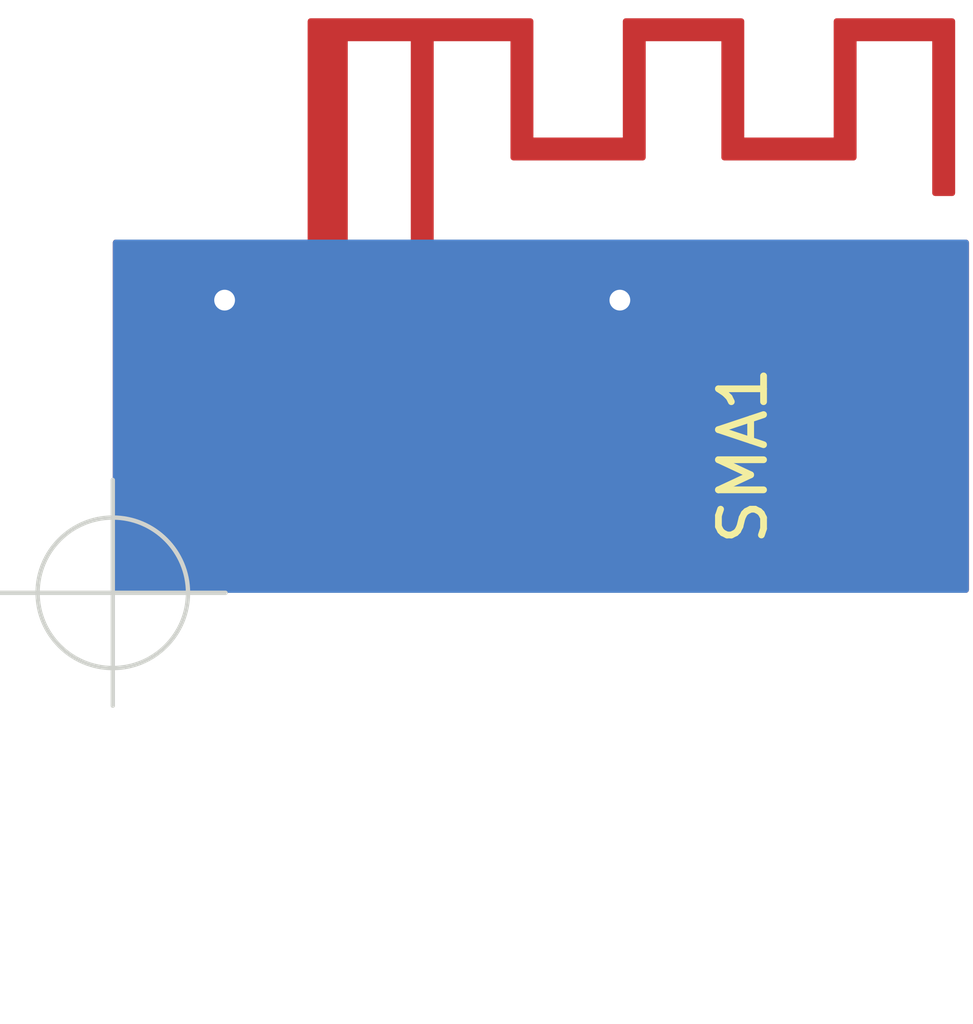
<source format=kicad_pcb>
(kicad_pcb (version 4) (host pcbnew 4.0.5)

  (general
    (links 10)
    (no_connects 0)
    (area 141.518 94.400699 163.091801 117.283401)
    (thickness 1.6)
    (drawings 7)
    (tracks 0)
    (zones 0)
    (modules 1)
    (nets 2)
  )

  (page A4)
  (layers
    (0 F.Cu signal)
    (31 B.Cu signal)
    (32 B.Adhes user)
    (33 F.Adhes user)
    (34 B.Paste user)
    (35 F.Paste user)
    (36 B.SilkS user)
    (37 F.SilkS user)
    (38 B.Mask user)
    (39 F.Mask user)
    (40 Dwgs.User user hide)
    (41 Cmts.User user hide)
    (42 Eco1.User user hide)
    (43 Eco2.User user hide)
    (44 Edge.Cuts user)
    (45 Margin user)
    (46 B.CrtYd user)
    (47 F.CrtYd user)
    (48 B.Fab user)
    (49 F.Fab user)
  )

  (setup
    (last_trace_width 0.25)
    (user_trace_width 0.508)
    (user_trace_width 2.29108)
    (trace_clearance 0.2)
    (zone_clearance 0)
    (zone_45_only yes)
    (trace_min 0.127)
    (segment_width 0.2)
    (edge_width 0.09652)
    (via_size 0.6)
    (via_drill 0.4)
    (via_min_size 0.254)
    (via_min_drill 0.2032)
    (user_via 0.3048 0.254)
    (user_via 0.381 0.3048)
    (uvia_size 0.3)
    (uvia_drill 0.1)
    (uvias_allowed no)
    (uvia_min_size 0.2)
    (uvia_min_drill 0.1)
    (pcb_text_width 0.3)
    (pcb_text_size 1.5 1.5)
    (mod_edge_width 0.15)
    (mod_text_size 1 1)
    (mod_text_width 0.15)
    (pad_size 1.5 1.5)
    (pad_drill 0.6)
    (pad_to_mask_clearance 0)
    (aux_axis_origin 144.018 107.5309)
    (grid_origin 144.018 107.5309)
    (visible_elements 7FFFFFFF)
    (pcbplotparams
      (layerselection 0x00000_80000001)
      (usegerberextensions false)
      (excludeedgelayer true)
      (linewidth 0.025400)
      (plotframeref false)
      (viasonmask false)
      (mode 1)
      (useauxorigin true)
      (hpglpennumber 1)
      (hpglpenspeed 20)
      (hpglpendiameter 15)
      (hpglpenoverlay 2)
      (psnegative false)
      (psa4output false)
      (plotreference true)
      (plotvalue false)
      (plotinvisibletext false)
      (padsonsilk true)
      (subtractmaskfromsilk false)
      (outputformat 3)
      (mirror false)
      (drillshape 0)
      (scaleselection 1)
      (outputdirectory ../../../button/button_mkii/))
  )

  (net 0 "")
  (net 1 GND)

  (net_class Default "This is the default net class."
    (clearance 0.2)
    (trace_width 0.25)
    (via_dia 0.6)
    (via_drill 0.4)
    (uvia_dia 0.3)
    (uvia_drill 0.1)
    (add_net GND)
  )

  (module Connectors_Molex:Molex_SMA_Jack_Edge_Mount (layer F.Cu) (tedit 587D2992) (tstamp 58AE1DF6)
    (at 150.876 102.7684 90)
    (descr "Molex SMA Jack, Edge Mount, http://www.molex.com/pdm_docs/sd/732511150_sd.pdf")
    (tags "sma edge")
    (path /58AB8622)
    (attr smd)
    (fp_text reference SMA1 (at -1.72 7.11 90) (layer F.SilkS)
      (effects (font (size 1 1) (thickness 0.15)))
    )
    (fp_text value SMA_JPXSTEM1 (at -1.72 -7.11 90) (layer F.Fab)
      (effects (font (size 1 1) (thickness 0.15)))
    )
    (fp_line (start -4.76 -0.38) (end 0.49 -0.38) (layer F.Fab) (width 0.1))
    (fp_line (start -4.76 0.38) (end 0.49 0.38) (layer F.Fab) (width 0.1))
    (fp_line (start 0.49 -0.38) (end 0.49 0.38) (layer F.Fab) (width 0.1))
    (fp_line (start 0.49 3.75) (end 0.49 4.76) (layer F.Fab) (width 0.1))
    (fp_line (start 0.49 -4.76) (end 0.49 -3.75) (layer F.Fab) (width 0.1))
    (fp_line (start -14.29 -6.09) (end -14.29 6.09) (layer F.CrtYd) (width 0.05))
    (fp_line (start -14.29 6.09) (end 2.71 6.09) (layer F.CrtYd) (width 0.05))
    (fp_line (start 2.71 -6.09) (end 2.71 6.09) (layer B.CrtYd) (width 0.05))
    (fp_line (start -14.29 -6.09) (end 2.71 -6.09) (layer B.CrtYd) (width 0.05))
    (fp_line (start -14.29 -6.09) (end -14.29 6.09) (layer B.CrtYd) (width 0.05))
    (fp_line (start -14.29 6.09) (end 2.71 6.09) (layer B.CrtYd) (width 0.05))
    (fp_line (start 2.71 -6.09) (end 2.71 6.09) (layer F.CrtYd) (width 0.05))
    (fp_line (start 2.71 -6.09) (end -14.29 -6.09) (layer F.CrtYd) (width 0.05))
    (fp_line (start -4.76 -3.75) (end 0.49 -3.75) (layer F.Fab) (width 0.1))
    (fp_line (start -4.76 3.75) (end 0.49 3.75) (layer F.Fab) (width 0.1))
    (fp_line (start -13.79 -2.65) (end -5.91 -2.65) (layer F.Fab) (width 0.1))
    (fp_line (start -13.79 -2.65) (end -13.79 2.65) (layer F.Fab) (width 0.1))
    (fp_line (start -13.79 2.65) (end -5.91 2.65) (layer F.Fab) (width 0.1))
    (fp_line (start -4.76 -3.75) (end -4.76 3.75) (layer F.Fab) (width 0.1))
    (fp_line (start 0.49 -4.76) (end -5.91 -4.76) (layer F.Fab) (width 0.1))
    (fp_line (start -5.91 -4.76) (end -5.91 4.76) (layer F.Fab) (width 0.1))
    (fp_line (start -5.91 4.76) (end 0.49 4.76) (layer F.Fab) (width 0.1))
    (pad 1 smd rect (at -1.72 0 90) (size 5.08 2.29) (layers F.Cu F.Paste F.Mask)
      (net 1 GND))
    (pad 2 smd rect (at -1.72 -4.38 90) (size 5.08 2.42) (layers F.Cu F.Paste F.Mask)
      (net 1 GND))
    (pad 2 smd rect (at -1.72 4.38 90) (size 5.08 2.42) (layers F.Cu F.Paste F.Mask)
      (net 1 GND))
    (pad 2 smd rect (at -1.72 -4.38 90) (size 5.08 2.42) (layers B.Cu B.Paste B.Mask)
      (net 1 GND))
    (pad 2 smd rect (at -1.72 4.38 90) (size 5.08 2.42) (layers B.Cu B.Paste B.Mask)
      (net 1 GND))
    (pad 2 thru_hole circle (at 1.72 -4.38 90) (size 0.97 0.97) (drill 0.46) (layers *.Cu)
      (net 1 GND))
    (pad 2 thru_hole circle (at 1.72 4.38 90) (size 0.97 0.97) (drill 0.46) (layers *.Cu)
      (net 1 GND))
    (pad 2 smd rect (at 1.27 -4.38 90) (size 0.89 0.46) (layers F.Cu)
      (net 1 GND))
    (pad 2 smd rect (at 1.27 4.38 90) (size 0.89 0.46) (layers F.Cu)
      (net 1 GND))
    (pad 2 smd rect (at 1.27 -4.38 90) (size 0.89 0.46) (layers B.Cu)
      (net 1 GND))
    (pad 2 smd rect (at 1.27 4.38 90) (size 0.89 0.46) (layers B.Cu)
      (net 1 GND))
  )

  (gr_line (start 147.828 99.7077) (end 147.828 94.5007) (angle 90) (layer Margin) (width 0.2))
  (gr_line (start 144.018 99.7077) (end 147.828 99.7077) (angle 90) (layer Margin) (width 0.2))
  (gr_line (start 144.018 107.5309) (end 144.018 99.7077) (angle 90) (layer Margin) (width 0.2))
  (gr_line (start 162.9918 107.5309) (end 144.018 107.5309) (angle 90) (layer Margin) (width 0.2))
  (gr_line (start 162.9918 94.5007) (end 162.9918 107.5309) (angle 90) (layer Margin) (width 0.2))
  (gr_line (start 147.828 94.5007) (end 162.9918 94.5007) (angle 90) (layer Margin) (width 0.2))
  (target plus (at 144.018 107.5309) (size 5) (width 0.09652) (layer Edge.Cuts))

  (zone (net 1) (net_name GND) (layer F.Cu) (tstamp 58AE73CE) (hatch edge 0.508)
    (connect_pads yes (clearance 0.254))
    (min_thickness 0.127)
    (fill yes (mode segment) (arc_segments 16) (thermal_gap 0.508) (thermal_bridge_width 0.508))
    (polygon
      (pts
        (xy 153.3398 97.4471) (xy 155.321 97.4471) (xy 155.321 94.8055) (xy 158.0134 94.8055) (xy 158.0134 97.4471)
        (xy 159.9946 97.4471) (xy 159.9946 94.8055) (xy 162.687 94.8055) (xy 162.687 98.7425) (xy 162.179 98.7425)
        (xy 162.179 95.3135) (xy 160.5026 95.3135) (xy 160.5026 97.9551) (xy 157.5054 97.9551) (xy 157.5054 95.3135)
        (xy 155.829 95.3135) (xy 155.829 97.9551) (xy 152.8318 97.9551) (xy 152.8318 95.3135) (xy 151.13 95.3135)
        (xy 151.13 100.2157) (xy 152.019 101.9937) (xy 152.019 107.0229) (xy 149.733 107.0229) (xy 149.733 101.9937)
        (xy 150.622 100.2157) (xy 150.622 95.3135) (xy 149.225 95.3135) (xy 149.225 100.2157) (xy 148.8567 100.2157)
        (xy 148.8567 100.3681) (xy 149.3774 100.3681) (xy 149.3774 99.7077) (xy 149.5552 99.7077) (xy 149.5552 107.2007)
        (xy 152.1968 107.2007) (xy 152.1968 99.7077) (xy 162.9918 99.7077) (xy 162.9918 107.5309) (xy 144.018 107.5309)
        (xy 144.018 99.7077) (xy 148.1836 99.7077) (xy 148.1836 100.3681) (xy 148.7043 100.3681) (xy 148.7043 100.2157)
        (xy 148.336 100.2157) (xy 148.336 94.8055) (xy 153.3398 94.8055)
      )
    )
    (filled_polygon
      (pts
        (xy 153.2763 97.4471) (xy 153.281303 97.471805) (xy 153.295523 97.492617) (xy 153.31672 97.506257) (xy 153.3398 97.5106)
        (xy 155.321 97.5106) (xy 155.345705 97.505597) (xy 155.366517 97.491377) (xy 155.380157 97.47018) (xy 155.3845 97.4471)
        (xy 155.3845 94.869) (xy 157.9499 94.869) (xy 157.9499 97.4471) (xy 157.954903 97.471805) (xy 157.969123 97.492617)
        (xy 157.99032 97.506257) (xy 158.0134 97.5106) (xy 159.9946 97.5106) (xy 160.019305 97.505597) (xy 160.040117 97.491377)
        (xy 160.053757 97.47018) (xy 160.0581 97.4471) (xy 160.0581 94.869) (xy 162.6235 94.869) (xy 162.6235 98.679)
        (xy 162.2425 98.679) (xy 162.2425 95.3135) (xy 162.237497 95.288795) (xy 162.223277 95.267983) (xy 162.20208 95.254343)
        (xy 162.179 95.25) (xy 160.5026 95.25) (xy 160.477895 95.255003) (xy 160.457083 95.269223) (xy 160.443443 95.29042)
        (xy 160.4391 95.3135) (xy 160.4391 97.8916) (xy 157.5689 97.8916) (xy 157.5689 95.3135) (xy 157.563897 95.288795)
        (xy 157.549677 95.267983) (xy 157.52848 95.254343) (xy 157.5054 95.25) (xy 155.829 95.25) (xy 155.804295 95.255003)
        (xy 155.783483 95.269223) (xy 155.769843 95.29042) (xy 155.7655 95.3135) (xy 155.7655 97.8916) (xy 152.8953 97.8916)
        (xy 152.8953 95.3135) (xy 152.890297 95.288795) (xy 152.876077 95.267983) (xy 152.85488 95.254343) (xy 152.8318 95.25)
        (xy 151.13 95.25) (xy 151.105295 95.255003) (xy 151.084483 95.269223) (xy 151.070843 95.29042) (xy 151.0665 95.3135)
        (xy 151.0665 100.2157) (xy 151.073204 100.244098) (xy 151.9555 102.00869) (xy 151.9555 106.9594) (xy 149.7965 106.9594)
        (xy 149.7965 102.00869) (xy 150.678796 100.244098) (xy 150.6855 100.2157) (xy 150.6855 95.3135) (xy 150.680497 95.288795)
        (xy 150.666277 95.267983) (xy 150.64508 95.254343) (xy 150.622 95.25) (xy 149.225 95.25) (xy 149.200295 95.255003)
        (xy 149.179483 95.269223) (xy 149.165843 95.29042) (xy 149.1615 95.3135) (xy 149.1615 100.1522) (xy 148.8567 100.1522)
        (xy 148.831995 100.157203) (xy 148.811183 100.171423) (xy 148.797543 100.19262) (xy 148.7932 100.2157) (xy 148.7932 100.3681)
        (xy 148.798203 100.392805) (xy 148.812423 100.413617) (xy 148.83362 100.427257) (xy 148.8567 100.4316) (xy 149.3774 100.4316)
        (xy 149.402105 100.426597) (xy 149.422917 100.412377) (xy 149.436557 100.39118) (xy 149.4409 100.3681) (xy 149.4409 99.7712)
        (xy 149.4917 99.7712) (xy 149.4917 107.2007) (xy 149.496703 107.225405) (xy 149.510923 107.246217) (xy 149.53212 107.259857)
        (xy 149.5552 107.2642) (xy 152.1968 107.2642) (xy 152.221505 107.259197) (xy 152.242317 107.244977) (xy 152.255957 107.22378)
        (xy 152.2603 107.2007) (xy 152.2603 99.7712) (xy 162.9283 99.7712) (xy 162.9283 107.4674) (xy 144.0815 107.4674)
        (xy 144.0815 99.7712) (xy 148.1201 99.7712) (xy 148.1201 100.3681) (xy 148.125103 100.392805) (xy 148.139323 100.413617)
        (xy 148.16052 100.427257) (xy 148.1836 100.4316) (xy 148.7043 100.4316) (xy 148.729005 100.426597) (xy 148.749817 100.412377)
        (xy 148.763457 100.39118) (xy 148.7678 100.3681) (xy 148.7678 100.2157) (xy 148.762797 100.190995) (xy 148.748577 100.170183)
        (xy 148.72738 100.156543) (xy 148.7043 100.1522) (xy 148.3995 100.1522) (xy 148.3995 94.869) (xy 153.2763 94.869)
      )
    )
    (fill_segments
      (pts (xy 148.3995 94.869) (xy 153.2763 94.869))
      (pts (xy 155.3845 94.869) (xy 157.9499 94.869))
      (pts (xy 160.0581 94.869) (xy 162.6235 94.869))
      (pts (xy 148.3995 94.9452) (xy 153.2763 94.9452))
      (pts (xy 155.3845 94.9452) (xy 157.9499 94.9452))
      (pts (xy 160.0581 94.9452) (xy 162.6235 94.9452))
      (pts (xy 148.3995 95.0214) (xy 153.2763 95.0214))
      (pts (xy 155.3845 95.0214) (xy 157.9499 95.0214))
      (pts (xy 160.0581 95.0214) (xy 162.6235 95.0214))
      (pts (xy 148.3995 95.0976) (xy 153.2763 95.0976))
      (pts (xy 155.3845 95.0976) (xy 157.9499 95.0976))
      (pts (xy 160.0581 95.0976) (xy 162.6235 95.0976))
      (pts (xy 148.3995 95.1738) (xy 153.2763 95.1738))
      (pts (xy 155.3845 95.1738) (xy 157.9499 95.1738))
      (pts (xy 160.0581 95.1738) (xy 162.6235 95.1738))
      (pts (xy 148.3995 95.25) (xy 149.225 95.25))
      (pts (xy 150.622 95.25) (xy 151.13 95.25))
      (pts (xy 152.8318 95.25) (xy 153.2763 95.25))
      (pts (xy 155.3845 95.25) (xy 155.829 95.25))
      (pts (xy 157.5054 95.25) (xy 157.9499 95.25))
      (pts (xy 160.0581 95.25) (xy 160.5026 95.25))
      (pts (xy 162.179 95.25) (xy 162.6235 95.25))
      (pts (xy 148.3995 95.3262) (xy 149.1615 95.3262))
      (pts (xy 150.6855 95.3262) (xy 151.0665 95.3262))
      (pts (xy 152.8953 95.3262) (xy 153.2763 95.3262))
      (pts (xy 155.3845 95.3262) (xy 155.7655 95.3262))
      (pts (xy 157.5689 95.3262) (xy 157.9499 95.3262))
      (pts (xy 160.0581 95.3262) (xy 160.4391 95.3262))
      (pts (xy 162.2425 95.3262) (xy 162.6235 95.3262))
      (pts (xy 148.3995 95.4024) (xy 149.1615 95.4024))
      (pts (xy 150.6855 95.4024) (xy 151.0665 95.4024))
      (pts (xy 152.8953 95.4024) (xy 153.2763 95.4024))
      (pts (xy 155.3845 95.4024) (xy 155.7655 95.4024))
      (pts (xy 157.5689 95.4024) (xy 157.9499 95.4024))
      (pts (xy 160.0581 95.4024) (xy 160.4391 95.4024))
      (pts (xy 162.2425 95.4024) (xy 162.6235 95.4024))
      (pts (xy 148.3995 95.4786) (xy 149.1615 95.4786))
      (pts (xy 150.6855 95.4786) (xy 151.0665 95.4786))
      (pts (xy 152.8953 95.4786) (xy 153.2763 95.4786))
      (pts (xy 155.3845 95.4786) (xy 155.7655 95.4786))
      (pts (xy 157.5689 95.4786) (xy 157.9499 95.4786))
      (pts (xy 160.0581 95.4786) (xy 160.4391 95.4786))
      (pts (xy 162.2425 95.4786) (xy 162.6235 95.4786))
      (pts (xy 148.3995 95.5548) (xy 149.1615 95.5548))
      (pts (xy 150.6855 95.5548) (xy 151.0665 95.5548))
      (pts (xy 152.8953 95.5548) (xy 153.2763 95.5548))
      (pts (xy 155.3845 95.5548) (xy 155.7655 95.5548))
      (pts (xy 157.5689 95.5548) (xy 157.9499 95.5548))
      (pts (xy 160.0581 95.5548) (xy 160.4391 95.5548))
      (pts (xy 162.2425 95.5548) (xy 162.6235 95.5548))
      (pts (xy 148.3995 95.631) (xy 149.1615 95.631))
      (pts (xy 150.6855 95.631) (xy 151.0665 95.631))
      (pts (xy 152.8953 95.631) (xy 153.2763 95.631))
      (pts (xy 155.3845 95.631) (xy 155.7655 95.631))
      (pts (xy 157.5689 95.631) (xy 157.9499 95.631))
      (pts (xy 160.0581 95.631) (xy 160.4391 95.631))
      (pts (xy 162.2425 95.631) (xy 162.6235 95.631))
      (pts (xy 148.3995 95.7072) (xy 149.1615 95.7072))
      (pts (xy 150.6855 95.7072) (xy 151.0665 95.7072))
      (pts (xy 152.8953 95.7072) (xy 153.2763 95.7072))
      (pts (xy 155.3845 95.7072) (xy 155.7655 95.7072))
      (pts (xy 157.5689 95.7072) (xy 157.9499 95.7072))
      (pts (xy 160.0581 95.7072) (xy 160.4391 95.7072))
      (pts (xy 162.2425 95.7072) (xy 162.6235 95.7072))
      (pts (xy 148.3995 95.7834) (xy 149.1615 95.7834))
      (pts (xy 150.6855 95.7834) (xy 151.0665 95.7834))
      (pts (xy 152.8953 95.7834) (xy 153.2763 95.7834))
      (pts (xy 155.3845 95.7834) (xy 155.7655 95.7834))
      (pts (xy 157.5689 95.7834) (xy 157.9499 95.7834))
      (pts (xy 160.0581 95.7834) (xy 160.4391 95.7834))
      (pts (xy 162.2425 95.7834) (xy 162.6235 95.7834))
      (pts (xy 148.3995 95.8596) (xy 149.1615 95.8596))
      (pts (xy 150.6855 95.8596) (xy 151.0665 95.8596))
      (pts (xy 152.8953 95.8596) (xy 153.2763 95.8596))
      (pts (xy 155.3845 95.8596) (xy 155.7655 95.8596))
      (pts (xy 157.5689 95.8596) (xy 157.9499 95.8596))
      (pts (xy 160.0581 95.8596) (xy 160.4391 95.8596))
      (pts (xy 162.2425 95.8596) (xy 162.6235 95.8596))
      (pts (xy 148.3995 95.9358) (xy 149.1615 95.9358))
      (pts (xy 150.6855 95.9358) (xy 151.0665 95.9358))
      (pts (xy 152.8953 95.9358) (xy 153.2763 95.9358))
      (pts (xy 155.3845 95.9358) (xy 155.7655 95.9358))
      (pts (xy 157.5689 95.9358) (xy 157.9499 95.9358))
      (pts (xy 160.0581 95.9358) (xy 160.4391 95.9358))
      (pts (xy 162.2425 95.9358) (xy 162.6235 95.9358))
      (pts (xy 148.3995 96.012) (xy 149.1615 96.012))
      (pts (xy 150.6855 96.012) (xy 151.0665 96.012))
      (pts (xy 152.8953 96.012) (xy 153.2763 96.012))
      (pts (xy 155.3845 96.012) (xy 155.7655 96.012))
      (pts (xy 157.5689 96.012) (xy 157.9499 96.012))
      (pts (xy 160.0581 96.012) (xy 160.4391 96.012))
      (pts (xy 162.2425 96.012) (xy 162.6235 96.012))
      (pts (xy 148.3995 96.0882) (xy 149.1615 96.0882))
      (pts (xy 150.6855 96.0882) (xy 151.0665 96.0882))
      (pts (xy 152.8953 96.0882) (xy 153.2763 96.0882))
      (pts (xy 155.3845 96.0882) (xy 155.7655 96.0882))
      (pts (xy 157.5689 96.0882) (xy 157.9499 96.0882))
      (pts (xy 160.0581 96.0882) (xy 160.4391 96.0882))
      (pts (xy 162.2425 96.0882) (xy 162.6235 96.0882))
      (pts (xy 148.3995 96.1644) (xy 149.1615 96.1644))
      (pts (xy 150.6855 96.1644) (xy 151.0665 96.1644))
      (pts (xy 152.8953 96.1644) (xy 153.2763 96.1644))
      (pts (xy 155.3845 96.1644) (xy 155.7655 96.1644))
      (pts (xy 157.5689 96.1644) (xy 157.9499 96.1644))
      (pts (xy 160.0581 96.1644) (xy 160.4391 96.1644))
      (pts (xy 162.2425 96.1644) (xy 162.6235 96.1644))
      (pts (xy 148.3995 96.2406) (xy 149.1615 96.2406))
      (pts (xy 150.6855 96.2406) (xy 151.0665 96.2406))
      (pts (xy 152.8953 96.2406) (xy 153.2763 96.2406))
      (pts (xy 155.3845 96.2406) (xy 155.7655 96.2406))
      (pts (xy 157.5689 96.2406) (xy 157.9499 96.2406))
      (pts (xy 160.0581 96.2406) (xy 160.4391 96.2406))
      (pts (xy 162.2425 96.2406) (xy 162.6235 96.2406))
      (pts (xy 148.3995 96.3168) (xy 149.1615 96.3168))
      (pts (xy 150.6855 96.3168) (xy 151.0665 96.3168))
      (pts (xy 152.8953 96.3168) (xy 153.2763 96.3168))
      (pts (xy 155.3845 96.3168) (xy 155.7655 96.3168))
      (pts (xy 157.5689 96.3168) (xy 157.9499 96.3168))
      (pts (xy 160.0581 96.3168) (xy 160.4391 96.3168))
      (pts (xy 162.2425 96.3168) (xy 162.6235 96.3168))
      (pts (xy 148.3995 96.393) (xy 149.1615 96.393))
      (pts (xy 150.6855 96.393) (xy 151.0665 96.393))
      (pts (xy 152.8953 96.393) (xy 153.2763 96.393))
      (pts (xy 155.3845 96.393) (xy 155.7655 96.393))
      (pts (xy 157.5689 96.393) (xy 157.9499 96.393))
      (pts (xy 160.0581 96.393) (xy 160.4391 96.393))
      (pts (xy 162.2425 96.393) (xy 162.6235 96.393))
      (pts (xy 148.3995 96.4692) (xy 149.1615 96.4692))
      (pts (xy 150.6855 96.4692) (xy 151.0665 96.4692))
      (pts (xy 152.8953 96.4692) (xy 153.2763 96.4692))
      (pts (xy 155.3845 96.4692) (xy 155.7655 96.4692))
      (pts (xy 157.5689 96.4692) (xy 157.9499 96.4692))
      (pts (xy 160.0581 96.4692) (xy 160.4391 96.4692))
      (pts (xy 162.2425 96.4692) (xy 162.6235 96.4692))
      (pts (xy 148.3995 96.5454) (xy 149.1615 96.5454))
      (pts (xy 150.6855 96.5454) (xy 151.0665 96.5454))
      (pts (xy 152.8953 96.5454) (xy 153.2763 96.5454))
      (pts (xy 155.3845 96.5454) (xy 155.7655 96.5454))
      (pts (xy 157.5689 96.5454) (xy 157.9499 96.5454))
      (pts (xy 160.0581 96.5454) (xy 160.4391 96.5454))
      (pts (xy 162.2425 96.5454) (xy 162.6235 96.5454))
      (pts (xy 148.3995 96.6216) (xy 149.1615 96.6216))
      (pts (xy 150.6855 96.6216) (xy 151.0665 96.6216))
      (pts (xy 152.8953 96.6216) (xy 153.2763 96.6216))
      (pts (xy 155.3845 96.6216) (xy 155.7655 96.6216))
      (pts (xy 157.5689 96.6216) (xy 157.9499 96.6216))
      (pts (xy 160.0581 96.6216) (xy 160.4391 96.6216))
      (pts (xy 162.2425 96.6216) (xy 162.6235 96.6216))
      (pts (xy 148.3995 96.6978) (xy 149.1615 96.6978))
      (pts (xy 150.6855 96.6978) (xy 151.0665 96.6978))
      (pts (xy 152.8953 96.6978) (xy 153.2763 96.6978))
      (pts (xy 155.3845 96.6978) (xy 155.7655 96.6978))
      (pts (xy 157.5689 96.6978) (xy 157.9499 96.6978))
      (pts (xy 160.0581 96.6978) (xy 160.4391 96.6978))
      (pts (xy 162.2425 96.6978) (xy 162.6235 96.6978))
      (pts (xy 148.3995 96.774) (xy 149.1615 96.774))
      (pts (xy 150.6855 96.774) (xy 151.0665 96.774))
      (pts (xy 152.8953 96.774) (xy 153.2763 96.774))
      (pts (xy 155.3845 96.774) (xy 155.7655 96.774))
      (pts (xy 157.5689 96.774) (xy 157.9499 96.774))
      (pts (xy 160.0581 96.774) (xy 160.4391 96.774))
      (pts (xy 162.2425 96.774) (xy 162.6235 96.774))
      (pts (xy 148.3995 96.8502) (xy 149.1615 96.8502))
      (pts (xy 150.6855 96.8502) (xy 151.0665 96.8502))
      (pts (xy 152.8953 96.8502) (xy 153.2763 96.8502))
      (pts (xy 155.3845 96.8502) (xy 155.7655 96.8502))
      (pts (xy 157.5689 96.8502) (xy 157.9499 96.8502))
      (pts (xy 160.0581 96.8502) (xy 160.4391 96.8502))
      (pts (xy 162.2425 96.8502) (xy 162.6235 96.8502))
      (pts (xy 148.3995 96.9264) (xy 149.1615 96.9264))
      (pts (xy 150.6855 96.9264) (xy 151.0665 96.9264))
      (pts (xy 152.8953 96.9264) (xy 153.2763 96.9264))
      (pts (xy 155.3845 96.9264) (xy 155.7655 96.9264))
      (pts (xy 157.5689 96.9264) (xy 157.9499 96.9264))
      (pts (xy 160.0581 96.9264) (xy 160.4391 96.9264))
      (pts (xy 162.2425 96.9264) (xy 162.6235 96.9264))
      (pts (xy 148.3995 97.0026) (xy 149.1615 97.0026))
      (pts (xy 150.6855 97.0026) (xy 151.0665 97.0026))
      (pts (xy 152.8953 97.0026) (xy 153.2763 97.0026))
      (pts (xy 155.3845 97.0026) (xy 155.7655 97.0026))
      (pts (xy 157.5689 97.0026) (xy 157.9499 97.0026))
      (pts (xy 160.0581 97.0026) (xy 160.4391 97.0026))
      (pts (xy 162.2425 97.0026) (xy 162.6235 97.0026))
      (pts (xy 148.3995 97.0788) (xy 149.1615 97.0788))
      (pts (xy 150.6855 97.0788) (xy 151.0665 97.0788))
      (pts (xy 152.8953 97.0788) (xy 153.2763 97.0788))
      (pts (xy 155.3845 97.0788) (xy 155.7655 97.0788))
      (pts (xy 157.5689 97.0788) (xy 157.9499 97.0788))
      (pts (xy 160.0581 97.0788) (xy 160.4391 97.0788))
      (pts (xy 162.2425 97.0788) (xy 162.6235 97.0788))
      (pts (xy 148.3995 97.155) (xy 149.1615 97.155))
      (pts (xy 150.6855 97.155) (xy 151.0665 97.155))
      (pts (xy 152.8953 97.155) (xy 153.2763 97.155))
      (pts (xy 155.3845 97.155) (xy 155.7655 97.155))
      (pts (xy 157.5689 97.155) (xy 157.9499 97.155))
      (pts (xy 160.0581 97.155) (xy 160.4391 97.155))
      (pts (xy 162.2425 97.155) (xy 162.6235 97.155))
      (pts (xy 148.3995 97.2312) (xy 149.1615 97.2312))
      (pts (xy 150.6855 97.2312) (xy 151.0665 97.2312))
      (pts (xy 152.8953 97.2312) (xy 153.2763 97.2312))
      (pts (xy 155.3845 97.2312) (xy 155.7655 97.2312))
      (pts (xy 157.5689 97.2312) (xy 157.9499 97.2312))
      (pts (xy 160.0581 97.2312) (xy 160.4391 97.2312))
      (pts (xy 162.2425 97.2312) (xy 162.6235 97.2312))
      (pts (xy 148.3995 97.3074) (xy 149.1615 97.3074))
      (pts (xy 150.6855 97.3074) (xy 151.0665 97.3074))
      (pts (xy 152.8953 97.3074) (xy 153.2763 97.3074))
      (pts (xy 155.3845 97.3074) (xy 155.7655 97.3074))
      (pts (xy 157.5689 97.3074) (xy 157.9499 97.3074))
      (pts (xy 160.0581 97.3074) (xy 160.4391 97.3074))
      (pts (xy 162.2425 97.3074) (xy 162.6235 97.3074))
      (pts (xy 148.3995 97.3836) (xy 149.1615 97.3836))
      (pts (xy 150.6855 97.3836) (xy 151.0665 97.3836))
      (pts (xy 152.8953 97.3836) (xy 153.2763 97.3836))
      (pts (xy 155.3845 97.3836) (xy 155.7655 97.3836))
      (pts (xy 157.5689 97.3836) (xy 157.9499 97.3836))
      (pts (xy 160.0581 97.3836) (xy 160.4391 97.3836))
      (pts (xy 162.2425 97.3836) (xy 162.6235 97.3836))
      (pts (xy 148.3995 97.4598) (xy 149.1615 97.4598))
      (pts (xy 150.6855 97.4598) (xy 151.0665 97.4598))
      (pts (xy 152.8953 97.4598) (xy 153.278871 97.4598))
      (pts (xy 155.38211 97.4598) (xy 155.7655 97.4598))
      (pts (xy 157.5689 97.4598) (xy 157.952471 97.4598))
      (pts (xy 160.05571 97.4598) (xy 160.4391 97.4598))
      (pts (xy 162.2425 97.4598) (xy 162.6235 97.4598))
      (pts (xy 148.3995 97.536) (xy 149.1615 97.536))
      (pts (xy 150.6855 97.536) (xy 151.0665 97.536))
      (pts (xy 152.8953 97.536) (xy 155.7655 97.536))
      (pts (xy 157.5689 97.536) (xy 160.4391 97.536))
      (pts (xy 162.2425 97.536) (xy 162.6235 97.536))
      (pts (xy 148.3995 97.6122) (xy 149.1615 97.6122))
      (pts (xy 150.6855 97.6122) (xy 151.0665 97.6122))
      (pts (xy 152.8953 97.6122) (xy 155.7655 97.6122))
      (pts (xy 157.5689 97.6122) (xy 160.4391 97.6122))
      (pts (xy 162.2425 97.6122) (xy 162.6235 97.6122))
      (pts (xy 148.3995 97.6884) (xy 149.1615 97.6884))
      (pts (xy 150.6855 97.6884) (xy 151.0665 97.6884))
      (pts (xy 152.8953 97.6884) (xy 155.7655 97.6884))
      (pts (xy 157.5689 97.6884) (xy 160.4391 97.6884))
      (pts (xy 162.2425 97.6884) (xy 162.6235 97.6884))
      (pts (xy 148.3995 97.7646) (xy 149.1615 97.7646))
      (pts (xy 150.6855 97.7646) (xy 151.0665 97.7646))
      (pts (xy 152.8953 97.7646) (xy 155.7655 97.7646))
      (pts (xy 157.5689 97.7646) (xy 160.4391 97.7646))
      (pts (xy 162.2425 97.7646) (xy 162.6235 97.7646))
      (pts (xy 148.3995 97.8408) (xy 149.1615 97.8408))
      (pts (xy 150.6855 97.8408) (xy 151.0665 97.8408))
      (pts (xy 152.8953 97.8408) (xy 155.7655 97.8408))
      (pts (xy 157.5689 97.8408) (xy 160.4391 97.8408))
      (pts (xy 162.2425 97.8408) (xy 162.6235 97.8408))
      (pts (xy 148.3995 97.917) (xy 149.1615 97.917))
      (pts (xy 150.6855 97.917) (xy 151.0665 97.917))
      (pts (xy 162.2425 97.917) (xy 162.6235 97.917))
      (pts (xy 148.3995 97.9932) (xy 149.1615 97.9932))
      (pts (xy 150.6855 97.9932) (xy 151.0665 97.9932))
      (pts (xy 162.2425 97.9932) (xy 162.6235 97.9932))
      (pts (xy 148.3995 98.0694) (xy 149.1615 98.0694))
      (pts (xy 150.6855 98.0694) (xy 151.0665 98.0694))
      (pts (xy 162.2425 98.0694) (xy 162.6235 98.0694))
      (pts (xy 148.3995 98.1456) (xy 149.1615 98.1456))
      (pts (xy 150.6855 98.1456) (xy 151.0665 98.1456))
      (pts (xy 162.2425 98.1456) (xy 162.6235 98.1456))
      (pts (xy 148.3995 98.2218) (xy 149.1615 98.2218))
      (pts (xy 150.6855 98.2218) (xy 151.0665 98.2218))
      (pts (xy 162.2425 98.2218) (xy 162.6235 98.2218))
      (pts (xy 148.3995 98.298) (xy 149.1615 98.298))
      (pts (xy 150.6855 98.298) (xy 151.0665 98.298))
      (pts (xy 162.2425 98.298) (xy 162.6235 98.298))
      (pts (xy 148.3995 98.3742) (xy 149.1615 98.3742))
      (pts (xy 150.6855 98.3742) (xy 151.0665 98.3742))
      (pts (xy 162.2425 98.3742) (xy 162.6235 98.3742))
      (pts (xy 148.3995 98.4504) (xy 149.1615 98.4504))
      (pts (xy 150.6855 98.4504) (xy 151.0665 98.4504))
      (pts (xy 162.2425 98.4504) (xy 162.6235 98.4504))
      (pts (xy 148.3995 98.5266) (xy 149.1615 98.5266))
      (pts (xy 150.6855 98.5266) (xy 151.0665 98.5266))
      (pts (xy 162.2425 98.5266) (xy 162.6235 98.5266))
      (pts (xy 148.3995 98.6028) (xy 149.1615 98.6028))
      (pts (xy 150.6855 98.6028) (xy 151.0665 98.6028))
      (pts (xy 162.2425 98.6028) (xy 162.6235 98.6028))
      (pts (xy 148.3995 98.679) (xy 149.1615 98.679))
      (pts (xy 150.6855 98.679) (xy 151.0665 98.679))
      (pts (xy 148.3995 98.7552) (xy 149.1615 98.7552))
      (pts (xy 150.6855 98.7552) (xy 151.0665 98.7552))
      (pts (xy 148.3995 98.8314) (xy 149.1615 98.8314))
      (pts (xy 150.6855 98.8314) (xy 151.0665 98.8314))
      (pts (xy 148.3995 98.9076) (xy 149.1615 98.9076))
      (pts (xy 150.6855 98.9076) (xy 151.0665 98.9076))
      (pts (xy 148.3995 98.9838) (xy 149.1615 98.9838))
      (pts (xy 150.6855 98.9838) (xy 151.0665 98.9838))
      (pts (xy 148.3995 99.06) (xy 149.1615 99.06))
      (pts (xy 150.6855 99.06) (xy 151.0665 99.06))
      (pts (xy 148.3995 99.1362) (xy 149.1615 99.1362))
      (pts (xy 150.6855 99.1362) (xy 151.0665 99.1362))
      (pts (xy 148.3995 99.2124) (xy 149.1615 99.2124))
      (pts (xy 150.6855 99.2124) (xy 151.0665 99.2124))
      (pts (xy 148.3995 99.2886) (xy 149.1615 99.2886))
      (pts (xy 150.6855 99.2886) (xy 151.0665 99.2886))
      (pts (xy 148.3995 99.3648) (xy 149.1615 99.3648))
      (pts (xy 150.6855 99.3648) (xy 151.0665 99.3648))
      (pts (xy 148.3995 99.441) (xy 149.1615 99.441))
      (pts (xy 150.6855 99.441) (xy 151.0665 99.441))
      (pts (xy 148.3995 99.5172) (xy 149.1615 99.5172))
      (pts (xy 150.6855 99.5172) (xy 151.0665 99.5172))
      (pts (xy 148.3995 99.5934) (xy 149.1615 99.5934))
      (pts (xy 150.6855 99.5934) (xy 151.0665 99.5934))
      (pts (xy 148.3995 99.6696) (xy 149.1615 99.6696))
      (pts (xy 150.6855 99.6696) (xy 151.0665 99.6696))
      (pts (xy 148.3995 99.7458) (xy 149.1615 99.7458))
      (pts (xy 150.6855 99.7458) (xy 151.0665 99.7458))
      (pts (xy 144.0815 99.822) (xy 148.1201 99.822))
      (pts (xy 148.3995 99.822) (xy 149.1615 99.822))
      (pts (xy 149.4409 99.822) (xy 149.4917 99.822))
      (pts (xy 150.6855 99.822) (xy 151.0665 99.822))
      (pts (xy 152.2603 99.822) (xy 162.9283 99.822))
      (pts (xy 144.0815 99.8982) (xy 148.1201 99.8982))
      (pts (xy 148.3995 99.8982) (xy 149.1615 99.8982))
      (pts (xy 149.4409 99.8982) (xy 149.4917 99.8982))
      (pts (xy 150.6855 99.8982) (xy 151.0665 99.8982))
      (pts (xy 152.2603 99.8982) (xy 162.9283 99.8982))
      (pts (xy 144.0815 99.9744) (xy 148.1201 99.9744))
      (pts (xy 148.3995 99.9744) (xy 149.1615 99.9744))
      (pts (xy 149.4409 99.9744) (xy 149.4917 99.9744))
      (pts (xy 150.6855 99.9744) (xy 151.0665 99.9744))
      (pts (xy 152.2603 99.9744) (xy 162.9283 99.9744))
      (pts (xy 144.0815 100.0506) (xy 148.1201 100.0506))
      (pts (xy 148.3995 100.0506) (xy 149.1615 100.0506))
      (pts (xy 149.4409 100.0506) (xy 149.4917 100.0506))
      (pts (xy 150.6855 100.0506) (xy 151.0665 100.0506))
      (pts (xy 152.2603 100.0506) (xy 162.9283 100.0506))
      (pts (xy 144.0815 100.1268) (xy 148.1201 100.1268))
      (pts (xy 148.3995 100.1268) (xy 149.1615 100.1268))
      (pts (xy 149.4409 100.1268) (xy 149.4917 100.1268))
      (pts (xy 150.6855 100.1268) (xy 151.0665 100.1268))
      (pts (xy 152.2603 100.1268) (xy 162.9283 100.1268))
      (pts (xy 144.0815 100.203) (xy 148.1201 100.203))
      (pts (xy 148.765229 100.203) (xy 148.79559 100.203))
      (pts (xy 149.4409 100.203) (xy 149.4917 100.203))
      (pts (xy 150.6855 100.203) (xy 151.0665 100.203))
      (pts (xy 152.2603 100.203) (xy 162.9283 100.203))
      (pts (xy 144.0815 100.2792) (xy 148.1201 100.2792))
      (pts (xy 148.7678 100.2792) (xy 148.7932 100.2792))
      (pts (xy 149.4409 100.2792) (xy 149.4917 100.2792))
      (pts (xy 150.661245 100.2792) (xy 151.090755 100.2792))
      (pts (xy 152.2603 100.2792) (xy 162.9283 100.2792))
      (pts (xy 144.0815 100.3554) (xy 148.1201 100.3554))
      (pts (xy 148.7678 100.3554) (xy 148.7932 100.3554))
      (pts (xy 149.4409 100.3554) (xy 149.4917 100.3554))
      (pts (xy 150.623145 100.3554) (xy 151.128855 100.3554))
      (pts (xy 152.2603 100.3554) (xy 162.9283 100.3554))
      (pts (xy 144.0815 100.4316) (xy 149.4917 100.4316))
      (pts (xy 150.585045 100.4316) (xy 151.166955 100.4316))
      (pts (xy 152.2603 100.4316) (xy 162.9283 100.4316))
      (pts (xy 144.0815 100.5078) (xy 149.4917 100.5078))
      (pts (xy 150.546945 100.5078) (xy 151.205055 100.5078))
      (pts (xy 152.2603 100.5078) (xy 162.9283 100.5078))
      (pts (xy 144.0815 100.584) (xy 149.4917 100.584))
      (pts (xy 150.508845 100.584) (xy 151.243155 100.584))
      (pts (xy 152.2603 100.584) (xy 162.9283 100.584))
      (pts (xy 144.0815 100.6602) (xy 149.4917 100.6602))
      (pts (xy 150.470745 100.6602) (xy 151.281255 100.6602))
      (pts (xy 152.2603 100.6602) (xy 162.9283 100.6602))
      (pts (xy 144.0815 100.7364) (xy 149.4917 100.7364))
      (pts (xy 150.432645 100.7364) (xy 151.319355 100.7364))
      (pts (xy 152.2603 100.7364) (xy 162.9283 100.7364))
      (pts (xy 144.0815 100.8126) (xy 149.4917 100.8126))
      (pts (xy 150.394545 100.8126) (xy 151.357455 100.8126))
      (pts (xy 152.2603 100.8126) (xy 162.9283 100.8126))
      (pts (xy 144.0815 100.8888) (xy 149.4917 100.8888))
      (pts (xy 150.356445 100.8888) (xy 151.395555 100.8888))
      (pts (xy 152.2603 100.8888) (xy 162.9283 100.8888))
      (pts (xy 144.0815 100.965) (xy 149.4917 100.965))
      (pts (xy 150.318345 100.965) (xy 151.433655 100.965))
      (pts (xy 152.2603 100.965) (xy 162.9283 100.965))
      (pts (xy 144.0815 101.0412) (xy 149.4917 101.0412))
      (pts (xy 150.280245 101.0412) (xy 151.471755 101.0412))
      (pts (xy 152.2603 101.0412) (xy 162.9283 101.0412))
      (pts (xy 144.0815 101.1174) (xy 149.4917 101.1174))
      (pts (xy 150.242145 101.1174) (xy 151.509855 101.1174))
      (pts (xy 152.2603 101.1174) (xy 162.9283 101.1174))
      (pts (xy 144.0815 101.1936) (xy 149.4917 101.1936))
      (pts (xy 150.204045 101.1936) (xy 151.547955 101.1936))
      (pts (xy 152.2603 101.1936) (xy 162.9283 101.1936))
      (pts (xy 144.0815 101.2698) (xy 149.4917 101.2698))
      (pts (xy 150.165945 101.2698) (xy 151.586055 101.2698))
      (pts (xy 152.2603 101.2698) (xy 162.9283 101.2698))
      (pts (xy 144.0815 101.346) (xy 149.4917 101.346))
      (pts (xy 150.127845 101.346) (xy 151.624155 101.346))
      (pts (xy 152.2603 101.346) (xy 162.9283 101.346))
      (pts (xy 144.0815 101.4222) (xy 149.4917 101.4222))
      (pts (xy 150.089745 101.4222) (xy 151.662255 101.4222))
      (pts (xy 152.2603 101.4222) (xy 162.9283 101.4222))
      (pts (xy 144.0815 101.4984) (xy 149.4917 101.4984))
      (pts (xy 150.051645 101.4984) (xy 151.700355 101.4984))
      (pts (xy 152.2603 101.4984) (xy 162.9283 101.4984))
      (pts (xy 144.0815 101.5746) (xy 149.4917 101.5746))
      (pts (xy 150.013545 101.5746) (xy 151.738455 101.5746))
      (pts (xy 152.2603 101.5746) (xy 162.9283 101.5746))
      (pts (xy 144.0815 101.6508) (xy 149.4917 101.6508))
      (pts (xy 149.975445 101.6508) (xy 151.776555 101.6508))
      (pts (xy 152.2603 101.6508) (xy 162.9283 101.6508))
      (pts (xy 144.0815 101.727) (xy 149.4917 101.727))
      (pts (xy 149.937345 101.727) (xy 151.814655 101.727))
      (pts (xy 152.2603 101.727) (xy 162.9283 101.727))
      (pts (xy 144.0815 101.8032) (xy 149.4917 101.8032))
      (pts (xy 149.899245 101.8032) (xy 151.852755 101.8032))
      (pts (xy 152.2603 101.8032) (xy 162.9283 101.8032))
      (pts (xy 144.0815 101.8794) (xy 149.4917 101.8794))
      (pts (xy 149.861145 101.8794) (xy 151.890855 101.8794))
      (pts (xy 152.2603 101.8794) (xy 162.9283 101.8794))
      (pts (xy 144.0815 101.9556) (xy 149.4917 101.9556))
      (pts (xy 149.823045 101.9556) (xy 151.928955 101.9556))
      (pts (xy 152.2603 101.9556) (xy 162.9283 101.9556))
      (pts (xy 144.0815 102.0318) (xy 149.4917 102.0318))
      (pts (xy 149.7965 102.0318) (xy 151.9555 102.0318))
      (pts (xy 152.2603 102.0318) (xy 162.9283 102.0318))
      (pts (xy 144.0815 102.108) (xy 149.4917 102.108))
      (pts (xy 149.7965 102.108) (xy 151.9555 102.108))
      (pts (xy 152.2603 102.108) (xy 162.9283 102.108))
      (pts (xy 144.0815 102.1842) (xy 149.4917 102.1842))
      (pts (xy 149.7965 102.1842) (xy 151.9555 102.1842))
      (pts (xy 152.2603 102.1842) (xy 162.9283 102.1842))
      (pts (xy 144.0815 102.2604) (xy 149.4917 102.2604))
      (pts (xy 149.7965 102.2604) (xy 151.9555 102.2604))
      (pts (xy 152.2603 102.2604) (xy 162.9283 102.2604))
      (pts (xy 144.0815 102.3366) (xy 149.4917 102.3366))
      (pts (xy 149.7965 102.3366) (xy 151.9555 102.3366))
      (pts (xy 152.2603 102.3366) (xy 162.9283 102.3366))
      (pts (xy 144.0815 102.4128) (xy 149.4917 102.4128))
      (pts (xy 149.7965 102.4128) (xy 151.9555 102.4128))
      (pts (xy 152.2603 102.4128) (xy 162.9283 102.4128))
      (pts (xy 144.0815 102.489) (xy 149.4917 102.489))
      (pts (xy 149.7965 102.489) (xy 151.9555 102.489))
      (pts (xy 152.2603 102.489) (xy 162.9283 102.489))
      (pts (xy 144.0815 102.5652) (xy 149.4917 102.5652))
      (pts (xy 149.7965 102.5652) (xy 151.9555 102.5652))
      (pts (xy 152.2603 102.5652) (xy 162.9283 102.5652))
      (pts (xy 144.0815 102.6414) (xy 149.4917 102.6414))
      (pts (xy 149.7965 102.6414) (xy 151.9555 102.6414))
      (pts (xy 152.2603 102.6414) (xy 162.9283 102.6414))
      (pts (xy 144.0815 102.7176) (xy 149.4917 102.7176))
      (pts (xy 149.7965 102.7176) (xy 151.9555 102.7176))
      (pts (xy 152.2603 102.7176) (xy 162.9283 102.7176))
      (pts (xy 144.0815 102.7938) (xy 149.4917 102.7938))
      (pts (xy 149.7965 102.7938) (xy 151.9555 102.7938))
      (pts (xy 152.2603 102.7938) (xy 162.9283 102.7938))
      (pts (xy 144.0815 102.87) (xy 149.4917 102.87))
      (pts (xy 149.7965 102.87) (xy 151.9555 102.87))
      (pts (xy 152.2603 102.87) (xy 162.9283 102.87))
      (pts (xy 144.0815 102.9462) (xy 149.4917 102.9462))
      (pts (xy 149.7965 102.9462) (xy 151.9555 102.9462))
      (pts (xy 152.2603 102.9462) (xy 162.9283 102.9462))
      (pts (xy 144.0815 103.0224) (xy 149.4917 103.0224))
      (pts (xy 149.7965 103.0224) (xy 151.9555 103.0224))
      (pts (xy 152.2603 103.0224) (xy 162.9283 103.0224))
      (pts (xy 144.0815 103.0986) (xy 149.4917 103.0986))
      (pts (xy 149.7965 103.0986) (xy 151.9555 103.0986))
      (pts (xy 152.2603 103.0986) (xy 162.9283 103.0986))
      (pts (xy 144.0815 103.1748) (xy 149.4917 103.1748))
      (pts (xy 149.7965 103.1748) (xy 151.9555 103.1748))
      (pts (xy 152.2603 103.1748) (xy 162.9283 103.1748))
      (pts (xy 144.0815 103.251) (xy 149.4917 103.251))
      (pts (xy 149.7965 103.251) (xy 151.9555 103.251))
      (pts (xy 152.2603 103.251) (xy 162.9283 103.251))
      (pts (xy 144.0815 103.3272) (xy 149.4917 103.3272))
      (pts (xy 149.7965 103.3272) (xy 151.9555 103.3272))
      (pts (xy 152.2603 103.3272) (xy 162.9283 103.3272))
      (pts (xy 144.0815 103.4034) (xy 149.4917 103.4034))
      (pts (xy 149.7965 103.4034) (xy 151.9555 103.4034))
      (pts (xy 152.2603 103.4034) (xy 162.9283 103.4034))
      (pts (xy 144.0815 103.4796) (xy 149.4917 103.4796))
      (pts (xy 149.7965 103.4796) (xy 151.9555 103.4796))
      (pts (xy 152.2603 103.4796) (xy 162.9283 103.4796))
      (pts (xy 144.0815 103.5558) (xy 149.4917 103.5558))
      (pts (xy 149.7965 103.5558) (xy 151.9555 103.5558))
      (pts (xy 152.2603 103.5558) (xy 162.9283 103.5558))
      (pts (xy 144.0815 103.632) (xy 149.4917 103.632))
      (pts (xy 149.7965 103.632) (xy 151.9555 103.632))
      (pts (xy 152.2603 103.632) (xy 162.9283 103.632))
      (pts (xy 144.0815 103.7082) (xy 149.4917 103.7082))
      (pts (xy 149.7965 103.7082) (xy 151.9555 103.7082))
      (pts (xy 152.2603 103.7082) (xy 162.9283 103.7082))
      (pts (xy 144.0815 103.7844) (xy 149.4917 103.7844))
      (pts (xy 149.7965 103.7844) (xy 151.9555 103.7844))
      (pts (xy 152.2603 103.7844) (xy 162.9283 103.7844))
      (pts (xy 144.0815 103.8606) (xy 149.4917 103.8606))
      (pts (xy 149.7965 103.8606) (xy 151.9555 103.8606))
      (pts (xy 152.2603 103.8606) (xy 162.9283 103.8606))
      (pts (xy 144.0815 103.9368) (xy 149.4917 103.9368))
      (pts (xy 149.7965 103.9368) (xy 151.9555 103.9368))
      (pts (xy 152.2603 103.9368) (xy 162.9283 103.9368))
      (pts (xy 144.0815 104.013) (xy 149.4917 104.013))
      (pts (xy 149.7965 104.013) (xy 151.9555 104.013))
      (pts (xy 152.2603 104.013) (xy 162.9283 104.013))
      (pts (xy 144.0815 104.0892) (xy 149.4917 104.0892))
      (pts (xy 149.7965 104.0892) (xy 151.9555 104.0892))
      (pts (xy 152.2603 104.0892) (xy 162.9283 104.0892))
      (pts (xy 144.0815 104.1654) (xy 149.4917 104.1654))
      (pts (xy 149.7965 104.1654) (xy 151.9555 104.1654))
      (pts (xy 152.2603 104.1654) (xy 162.9283 104.1654))
      (pts (xy 144.0815 104.2416) (xy 149.4917 104.2416))
      (pts (xy 149.7965 104.2416) (xy 151.9555 104.2416))
      (pts (xy 152.2603 104.2416) (xy 162.9283 104.2416))
      (pts (xy 144.0815 104.3178) (xy 149.4917 104.3178))
      (pts (xy 149.7965 104.3178) (xy 151.9555 104.3178))
      (pts (xy 152.2603 104.3178) (xy 162.9283 104.3178))
      (pts (xy 144.0815 104.394) (xy 149.4917 104.394))
      (pts (xy 149.7965 104.394) (xy 151.9555 104.394))
      (pts (xy 152.2603 104.394) (xy 162.9283 104.394))
      (pts (xy 144.0815 104.4702) (xy 149.4917 104.4702))
      (pts (xy 149.7965 104.4702) (xy 151.9555 104.4702))
      (pts (xy 152.2603 104.4702) (xy 162.9283 104.4702))
      (pts (xy 144.0815 104.5464) (xy 149.4917 104.5464))
      (pts (xy 149.7965 104.5464) (xy 151.9555 104.5464))
      (pts (xy 152.2603 104.5464) (xy 162.9283 104.5464))
      (pts (xy 144.0815 104.6226) (xy 149.4917 104.6226))
      (pts (xy 149.7965 104.6226) (xy 151.9555 104.6226))
      (pts (xy 152.2603 104.6226) (xy 162.9283 104.6226))
      (pts (xy 144.0815 104.6988) (xy 149.4917 104.6988))
      (pts (xy 149.7965 104.6988) (xy 151.9555 104.6988))
      (pts (xy 152.2603 104.6988) (xy 162.9283 104.6988))
      (pts (xy 144.0815 104.775) (xy 149.4917 104.775))
      (pts (xy 149.7965 104.775) (xy 151.9555 104.775))
      (pts (xy 152.2603 104.775) (xy 162.9283 104.775))
      (pts (xy 144.0815 104.8512) (xy 149.4917 104.8512))
      (pts (xy 149.7965 104.8512) (xy 151.9555 104.8512))
      (pts (xy 152.2603 104.8512) (xy 162.9283 104.8512))
      (pts (xy 144.0815 104.9274) (xy 149.4917 104.9274))
      (pts (xy 149.7965 104.9274) (xy 151.9555 104.9274))
      (pts (xy 152.2603 104.9274) (xy 162.9283 104.9274))
      (pts (xy 144.0815 105.0036) (xy 149.4917 105.0036))
      (pts (xy 149.7965 105.0036) (xy 151.9555 105.0036))
      (pts (xy 152.2603 105.0036) (xy 162.9283 105.0036))
      (pts (xy 144.0815 105.0798) (xy 149.4917 105.0798))
      (pts (xy 149.7965 105.0798) (xy 151.9555 105.0798))
      (pts (xy 152.2603 105.0798) (xy 162.9283 105.0798))
      (pts (xy 144.0815 105.156) (xy 149.4917 105.156))
      (pts (xy 149.7965 105.156) (xy 151.9555 105.156))
      (pts (xy 152.2603 105.156) (xy 162.9283 105.156))
      (pts (xy 144.0815 105.2322) (xy 149.4917 105.2322))
      (pts (xy 149.7965 105.2322) (xy 151.9555 105.2322))
      (pts (xy 152.2603 105.2322) (xy 162.9283 105.2322))
      (pts (xy 144.0815 105.3084) (xy 149.4917 105.3084))
      (pts (xy 149.7965 105.3084) (xy 151.9555 105.3084))
      (pts (xy 152.2603 105.3084) (xy 162.9283 105.3084))
      (pts (xy 144.0815 105.3846) (xy 149.4917 105.3846))
      (pts (xy 149.7965 105.3846) (xy 151.9555 105.3846))
      (pts (xy 152.2603 105.3846) (xy 162.9283 105.3846))
      (pts (xy 144.0815 105.4608) (xy 149.4917 105.4608))
      (pts (xy 149.7965 105.4608) (xy 151.9555 105.4608))
      (pts (xy 152.2603 105.4608) (xy 162.9283 105.4608))
      (pts (xy 144.0815 105.537) (xy 149.4917 105.537))
      (pts (xy 149.7965 105.537) (xy 151.9555 105.537))
      (pts (xy 152.2603 105.537) (xy 162.9283 105.537))
      (pts (xy 144.0815 105.6132) (xy 149.4917 105.6132))
      (pts (xy 149.7965 105.6132) (xy 151.9555 105.6132))
      (pts (xy 152.2603 105.6132) (xy 162.9283 105.6132))
      (pts (xy 144.0815 105.6894) (xy 149.4917 105.6894))
      (pts (xy 149.7965 105.6894) (xy 151.9555 105.6894))
      (pts (xy 152.2603 105.6894) (xy 162.9283 105.6894))
      (pts (xy 144.0815 105.7656) (xy 149.4917 105.7656))
      (pts (xy 149.7965 105.7656) (xy 151.9555 105.7656))
      (pts (xy 152.2603 105.7656) (xy 162.9283 105.7656))
      (pts (xy 144.0815 105.8418) (xy 149.4917 105.8418))
      (pts (xy 149.7965 105.8418) (xy 151.9555 105.8418))
      (pts (xy 152.2603 105.8418) (xy 162.9283 105.8418))
      (pts (xy 144.0815 105.918) (xy 149.4917 105.918))
      (pts (xy 149.7965 105.918) (xy 151.9555 105.918))
      (pts (xy 152.2603 105.918) (xy 162.9283 105.918))
      (pts (xy 144.0815 105.9942) (xy 149.4917 105.9942))
      (pts (xy 149.7965 105.9942) (xy 151.9555 105.9942))
      (pts (xy 152.2603 105.9942) (xy 162.9283 105.9942))
      (pts (xy 144.0815 106.0704) (xy 149.4917 106.0704))
      (pts (xy 149.7965 106.0704) (xy 151.9555 106.0704))
      (pts (xy 152.2603 106.0704) (xy 162.9283 106.0704))
      (pts (xy 144.0815 106.1466) (xy 149.4917 106.1466))
      (pts (xy 149.7965 106.1466) (xy 151.9555 106.1466))
      (pts (xy 152.2603 106.1466) (xy 162.9283 106.1466))
      (pts (xy 144.0815 106.2228) (xy 149.4917 106.2228))
      (pts (xy 149.7965 106.2228) (xy 151.9555 106.2228))
      (pts (xy 152.2603 106.2228) (xy 162.9283 106.2228))
      (pts (xy 144.0815 106.299) (xy 149.4917 106.299))
      (pts (xy 149.7965 106.299) (xy 151.9555 106.299))
      (pts (xy 152.2603 106.299) (xy 162.9283 106.299))
      (pts (xy 144.0815 106.3752) (xy 149.4917 106.3752))
      (pts (xy 149.7965 106.3752) (xy 151.9555 106.3752))
      (pts (xy 152.2603 106.3752) (xy 162.9283 106.3752))
      (pts (xy 144.0815 106.4514) (xy 149.4917 106.4514))
      (pts (xy 149.7965 106.4514) (xy 151.9555 106.4514))
      (pts (xy 152.2603 106.4514) (xy 162.9283 106.4514))
      (pts (xy 144.0815 106.5276) (xy 149.4917 106.5276))
      (pts (xy 149.7965 106.5276) (xy 151.9555 106.5276))
      (pts (xy 152.2603 106.5276) (xy 162.9283 106.5276))
      (pts (xy 144.0815 106.6038) (xy 149.4917 106.6038))
      (pts (xy 149.7965 106.6038) (xy 151.9555 106.6038))
      (pts (xy 152.2603 106.6038) (xy 162.9283 106.6038))
      (pts (xy 144.0815 106.68) (xy 149.4917 106.68))
      (pts (xy 149.7965 106.68) (xy 151.9555 106.68))
      (pts (xy 152.2603 106.68) (xy 162.9283 106.68))
      (pts (xy 144.0815 106.7562) (xy 149.4917 106.7562))
      (pts (xy 149.7965 106.7562) (xy 151.9555 106.7562))
      (pts (xy 152.2603 106.7562) (xy 162.9283 106.7562))
      (pts (xy 144.0815 106.8324) (xy 149.4917 106.8324))
      (pts (xy 149.7965 106.8324) (xy 151.9555 106.8324))
      (pts (xy 152.2603 106.8324) (xy 162.9283 106.8324))
      (pts (xy 144.0815 106.9086) (xy 149.4917 106.9086))
      (pts (xy 149.7965 106.9086) (xy 151.9555 106.9086))
      (pts (xy 152.2603 106.9086) (xy 162.9283 106.9086))
      (pts (xy 144.0815 106.9848) (xy 149.4917 106.9848))
      (pts (xy 152.2603 106.9848) (xy 162.9283 106.9848))
      (pts (xy 144.0815 107.061) (xy 149.4917 107.061))
      (pts (xy 152.2603 107.061) (xy 162.9283 107.061))
      (pts (xy 144.0815 107.1372) (xy 149.4917 107.1372))
      (pts (xy 152.2603 107.1372) (xy 162.9283 107.1372))
      (pts (xy 144.0815 107.2134) (xy 149.494271 107.2134))
      (pts (xy 152.25791 107.2134) (xy 162.9283 107.2134))
      (pts (xy 144.0815 107.2896) (xy 162.9283 107.2896))
      (pts (xy 144.0815 107.3658) (xy 162.9283 107.3658))
      (pts (xy 144.0815 107.442) (xy 162.9283 107.442))
    )
  )
  (zone (net 1) (net_name GND) (layer B.Cu) (tstamp 58AE73CE) (hatch edge 0.508)
    (connect_pads yes (clearance 0.254))
    (min_thickness 0.127)
    (fill yes (mode segment) (arc_segments 16) (thermal_gap 0.508) (thermal_bridge_width 0.508))
    (polygon
      (pts
        (xy 162.9918 107.5309) (xy 144.018 107.5309) (xy 144.018 99.7077) (xy 162.9918 99.7077)
      )
    )
    (filled_polygon
      (pts
        (xy 162.9283 107.4674) (xy 144.0815 107.4674) (xy 144.0815 99.7712) (xy 162.9283 99.7712)
      )
    )
    (fill_segments
      (pts (xy 144.0815 99.7712) (xy 162.9283 99.7712))
      (pts (xy 144.0815 99.8474) (xy 162.9283 99.8474))
      (pts (xy 144.0815 99.9236) (xy 162.9283 99.9236))
      (pts (xy 144.0815 99.9998) (xy 162.9283 99.9998))
      (pts (xy 144.0815 100.076) (xy 162.9283 100.076))
      (pts (xy 144.0815 100.1522) (xy 162.9283 100.1522))
      (pts (xy 144.0815 100.2284) (xy 162.9283 100.2284))
      (pts (xy 144.0815 100.3046) (xy 162.9283 100.3046))
      (pts (xy 144.0815 100.3808) (xy 162.9283 100.3808))
      (pts (xy 144.0815 100.457) (xy 162.9283 100.457))
      (pts (xy 144.0815 100.5332) (xy 162.9283 100.5332))
      (pts (xy 144.0815 100.6094) (xy 162.9283 100.6094))
      (pts (xy 144.0815 100.6856) (xy 162.9283 100.6856))
      (pts (xy 144.0815 100.7618) (xy 162.9283 100.7618))
      (pts (xy 144.0815 100.838) (xy 162.9283 100.838))
      (pts (xy 144.0815 100.9142) (xy 162.9283 100.9142))
      (pts (xy 144.0815 100.9904) (xy 162.9283 100.9904))
      (pts (xy 144.0815 101.0666) (xy 162.9283 101.0666))
      (pts (xy 144.0815 101.1428) (xy 162.9283 101.1428))
      (pts (xy 144.0815 101.219) (xy 162.9283 101.219))
      (pts (xy 144.0815 101.2952) (xy 162.9283 101.2952))
      (pts (xy 144.0815 101.3714) (xy 162.9283 101.3714))
      (pts (xy 144.0815 101.4476) (xy 162.9283 101.4476))
      (pts (xy 144.0815 101.5238) (xy 162.9283 101.5238))
      (pts (xy 144.0815 101.6) (xy 162.9283 101.6))
      (pts (xy 144.0815 101.6762) (xy 162.9283 101.6762))
      (pts (xy 144.0815 101.7524) (xy 162.9283 101.7524))
      (pts (xy 144.0815 101.8286) (xy 162.9283 101.8286))
      (pts (xy 144.0815 101.9048) (xy 162.9283 101.9048))
      (pts (xy 144.0815 101.981) (xy 162.9283 101.981))
      (pts (xy 144.0815 102.0572) (xy 162.9283 102.0572))
      (pts (xy 144.0815 102.1334) (xy 162.9283 102.1334))
      (pts (xy 144.0815 102.2096) (xy 162.9283 102.2096))
      (pts (xy 144.0815 102.2858) (xy 162.9283 102.2858))
      (pts (xy 144.0815 102.362) (xy 162.9283 102.362))
      (pts (xy 144.0815 102.4382) (xy 162.9283 102.4382))
      (pts (xy 144.0815 102.5144) (xy 162.9283 102.5144))
      (pts (xy 144.0815 102.5906) (xy 162.9283 102.5906))
      (pts (xy 144.0815 102.6668) (xy 162.9283 102.6668))
      (pts (xy 144.0815 102.743) (xy 162.9283 102.743))
      (pts (xy 144.0815 102.8192) (xy 162.9283 102.8192))
      (pts (xy 144.0815 102.8954) (xy 162.9283 102.8954))
      (pts (xy 144.0815 102.9716) (xy 162.9283 102.9716))
      (pts (xy 144.0815 103.0478) (xy 162.9283 103.0478))
      (pts (xy 144.0815 103.124) (xy 162.9283 103.124))
      (pts (xy 144.0815 103.2002) (xy 162.9283 103.2002))
      (pts (xy 144.0815 103.2764) (xy 162.9283 103.2764))
      (pts (xy 144.0815 103.3526) (xy 162.9283 103.3526))
      (pts (xy 144.0815 103.4288) (xy 162.9283 103.4288))
      (pts (xy 144.0815 103.505) (xy 162.9283 103.505))
      (pts (xy 144.0815 103.5812) (xy 162.9283 103.5812))
      (pts (xy 144.0815 103.6574) (xy 162.9283 103.6574))
      (pts (xy 144.0815 103.7336) (xy 162.9283 103.7336))
      (pts (xy 144.0815 103.8098) (xy 162.9283 103.8098))
      (pts (xy 144.0815 103.886) (xy 162.9283 103.886))
      (pts (xy 144.0815 103.9622) (xy 162.9283 103.9622))
      (pts (xy 144.0815 104.0384) (xy 162.9283 104.0384))
      (pts (xy 144.0815 104.1146) (xy 162.9283 104.1146))
      (pts (xy 144.0815 104.1908) (xy 162.9283 104.1908))
      (pts (xy 144.0815 104.267) (xy 162.9283 104.267))
      (pts (xy 144.0815 104.3432) (xy 162.9283 104.3432))
      (pts (xy 144.0815 104.4194) (xy 162.9283 104.4194))
      (pts (xy 144.0815 104.4956) (xy 162.9283 104.4956))
      (pts (xy 144.0815 104.5718) (xy 162.9283 104.5718))
      (pts (xy 144.0815 104.648) (xy 162.9283 104.648))
      (pts (xy 144.0815 104.7242) (xy 162.9283 104.7242))
      (pts (xy 144.0815 104.8004) (xy 162.9283 104.8004))
      (pts (xy 144.0815 104.8766) (xy 162.9283 104.8766))
      (pts (xy 144.0815 104.9528) (xy 162.9283 104.9528))
      (pts (xy 144.0815 105.029) (xy 162.9283 105.029))
      (pts (xy 144.0815 105.1052) (xy 162.9283 105.1052))
      (pts (xy 144.0815 105.1814) (xy 162.9283 105.1814))
      (pts (xy 144.0815 105.2576) (xy 162.9283 105.2576))
      (pts (xy 144.0815 105.3338) (xy 162.9283 105.3338))
      (pts (xy 144.0815 105.41) (xy 162.9283 105.41))
      (pts (xy 144.0815 105.4862) (xy 162.9283 105.4862))
      (pts (xy 144.0815 105.5624) (xy 162.9283 105.5624))
      (pts (xy 144.0815 105.6386) (xy 162.9283 105.6386))
      (pts (xy 144.0815 105.7148) (xy 162.9283 105.7148))
      (pts (xy 144.0815 105.791) (xy 162.9283 105.791))
      (pts (xy 144.0815 105.8672) (xy 162.9283 105.8672))
      (pts (xy 144.0815 105.9434) (xy 162.9283 105.9434))
      (pts (xy 144.0815 106.0196) (xy 162.9283 106.0196))
      (pts (xy 144.0815 106.0958) (xy 162.9283 106.0958))
      (pts (xy 144.0815 106.172) (xy 162.9283 106.172))
      (pts (xy 144.0815 106.2482) (xy 162.9283 106.2482))
      (pts (xy 144.0815 106.3244) (xy 162.9283 106.3244))
      (pts (xy 144.0815 106.4006) (xy 162.9283 106.4006))
      (pts (xy 144.0815 106.4768) (xy 162.9283 106.4768))
      (pts (xy 144.0815 106.553) (xy 162.9283 106.553))
      (pts (xy 144.0815 106.6292) (xy 162.9283 106.6292))
      (pts (xy 144.0815 106.7054) (xy 162.9283 106.7054))
      (pts (xy 144.0815 106.7816) (xy 162.9283 106.7816))
      (pts (xy 144.0815 106.8578) (xy 162.9283 106.8578))
      (pts (xy 144.0815 106.934) (xy 162.9283 106.934))
      (pts (xy 144.0815 107.0102) (xy 162.9283 107.0102))
      (pts (xy 144.0815 107.0864) (xy 162.9283 107.0864))
      (pts (xy 144.0815 107.1626) (xy 162.9283 107.1626))
      (pts (xy 144.0815 107.2388) (xy 162.9283 107.2388))
      (pts (xy 144.0815 107.315) (xy 162.9283 107.315))
      (pts (xy 144.0815 107.3912) (xy 162.9283 107.3912))
    )
  )
)

</source>
